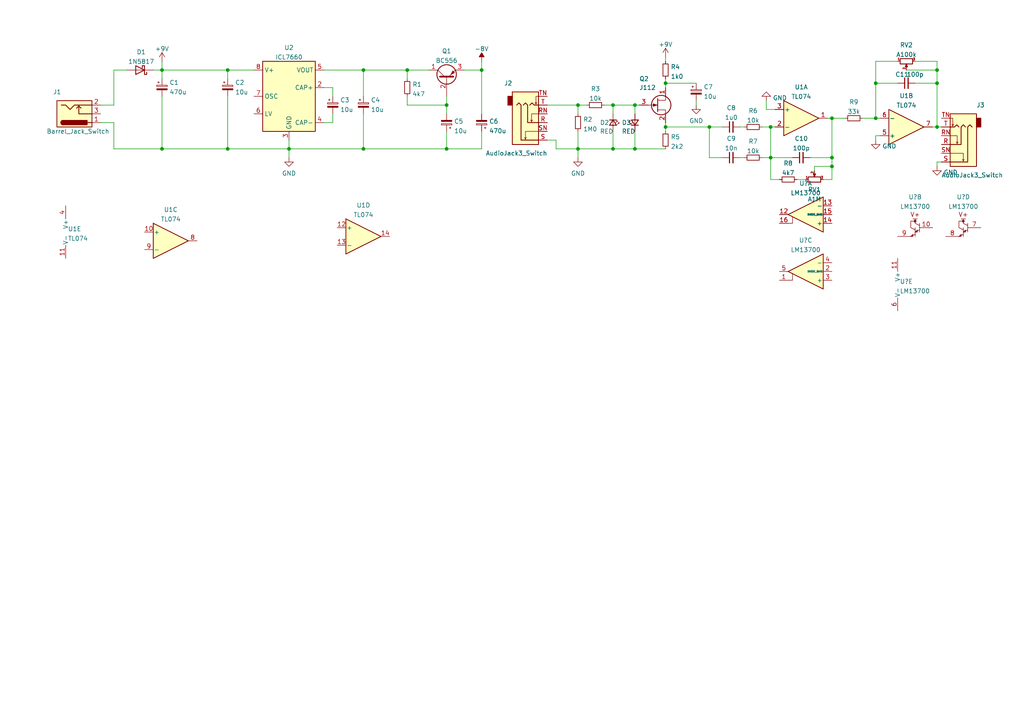
<source format=kicad_sch>
(kicad_sch (version 20211123) (generator eeschema)
  (paper "A4")
  (lib_symbols
    (symbol "Amplifier_Operational:LM13700" (pin_names (offset 0.127))
      (property "Reference" "U" (at 3.81 5.08 0))
      (property "Value" "LM13700" (at 5.08 -5.08 0))
      (symbol "LM13700_1_1"
        (polyline (pts (xy 3.81 -0.635) (xy 3.81 -2.54) (xy 5.08 -2.54)))
        (polyline (pts (xy 5.08 0) (xy -5.08 -5.08) (xy -5.08 5.08) (xy 5.08 0)) (stroke (width 0.254)) (fill (type background)))
        (pin output line (at 7.62 0 180) (length 2.54) (name "~") (number "12"))
        (pin input line (at -7.62 2.54 0) (length 2.54) (name "-") (number "13"))
        (pin input line (at -7.62 -2.54 0) (length 2.54) (name "+") (number "14"))
        (pin input line (at -7.62 0 0) (length 2.54) (name "DIODE_BIAS") (number "15"))
        (pin input line (at 7.62 -2.54 180) (length 2.54) (name "~") (number "16"))
      )
      (symbol "LM13700_2_0"
        (polyline (pts (xy -1.905 2.54) (xy -3.175 2.54)))
      )
      (symbol "LM13700_2_1"
        (circle (center -2.54 1.905) (radius 0.254) (stroke (width 0.254)) (fill (type outline)))
        (polyline (pts (xy -3.81 -0.635) (xy -2.54 -1.27)))
        (polyline (pts (xy -3.81 1.27) (xy -3.81 -1.27)))
        (polyline (pts (xy -2.54 -1.905) (xy -1.27 -2.54)))
        (polyline (pts (xy -2.54 0) (xy -2.54 -2.54)))
        (polyline (pts (xy -3.81 0.635) (xy -2.54 1.27) (xy -2.54 1.905) (xy -2.54 2.54)))
        (polyline (pts (xy -2.54 -1.27) (xy -3.175 -0.635) (xy -3.175 -1.27) (xy -2.54 -1.27)) (fill (type outline)))
        (polyline (pts (xy -2.54 -0.635) (xy -1.27 0) (xy -1.27 1.905) (xy -2.54 1.905)))
        (polyline (pts (xy -1.27 -2.54) (xy -1.905 -1.905) (xy -1.905 -2.54) (xy -1.27 -2.54)) (fill (type outline)))
        (text "V+" (at -2.54 3.81 0) (effects (font (size 1.27 1.27))))
        (pin input line (at -7.62 0 0) (length 3.81) (name "~") (number "10"))
        (pin output line (at 2.54 -2.54 180) (length 3.81) (name "~") (number "9"))
      )
      (symbol "LM13700_3_1"
        (polyline (pts (xy 3.81 -0.635) (xy 3.81 -2.54) (xy 5.08 -2.54)))
        (polyline (pts (xy 5.08 0) (xy -5.08 -5.08) (xy -5.08 5.08) (xy 5.08 0)) (stroke (width 0.254)) (fill (type background)))
        (pin input line (at 7.62 -2.54 180) (length 2.54) (name "~") (number "1"))
        (pin input line (at -7.62 0 0) (length 2.54) (name "DIODE_BIAS") (number "2"))
        (pin input line (at -7.62 -2.54 0) (length 2.54) (name "+") (number "3"))
        (pin input line (at -7.62 2.54 0) (length 2.54) (name "-") (number "4"))
        (pin output line (at 7.62 0 180) (length 2.54) (name "~") (number "5"))
      )
      (symbol "LM13700_4_0"
        (polyline (pts (xy -3.175 2.54) (xy -1.905 2.54)))
        (text "V+" (at -2.54 3.81 0) (effects (font (size 1.27 1.27))))
      )
      (symbol "LM13700_4_1"
        (circle (center -2.54 1.905) (radius 0.254) (stroke (width 0.254)) (fill (type outline)))
        (polyline (pts (xy -3.81 -0.635) (xy -2.54 -1.27)))
        (polyline (pts (xy -3.81 1.27) (xy -3.81 -1.27)))
        (polyline (pts (xy -2.54 -1.905) (xy -1.27 -2.54)))
        (polyline (pts (xy -2.54 0) (xy -2.54 -2.54)))
        (polyline (pts (xy -3.81 0.635) (xy -2.54 1.27) (xy -2.54 2.54)))
        (polyline (pts (xy -2.54 -1.27) (xy -3.175 -0.635) (xy -3.175 -1.27) (xy -2.54 -1.27)) (fill (type outline)))
        (polyline (pts (xy -2.54 -0.635) (xy -1.27 0) (xy -1.27 1.905) (xy -2.54 1.905)))
        (polyline (pts (xy -1.27 -2.54) (xy -1.905 -1.905) (xy -1.905 -2.54) (xy -1.27 -2.54)) (fill (type outline)))
        (pin input line (at -7.62 0 0) (length 3.81) (name "~") (number "7"))
        (pin output line (at 2.54 -2.54 180) (length 3.81) (name "~") (number "8"))
      )
      (symbol "LM13700_5_1"
        (pin power_in line (at -2.54 7.62 270) (length 3.81) (name "V+") (number "11"))
        (pin power_in line (at -2.54 -7.62 90) (length 3.81) (name "V-") (number "6"))
      )
    )
    (symbol "Amplifier_Operational:TL074" (pin_names (offset 0.127))
      (property "Reference" "U" (at 0 5.08 0))
      (property "Value" "TL074" (at 0 -5.08 0))
      (symbol "TL074_1_1"
        (polyline (pts (xy -5.08 5.08) (xy 5.08 0) (xy -5.08 -5.08) (xy -5.08 5.08)) (stroke (width 0.254)) (fill (type background)))
        (pin output line (at 7.62 0 180) (length 2.54) (name "~") (number "1"))
        (pin input line (at -7.62 -2.54 0) (length 2.54) (name "-") (number "2"))
        (pin input line (at -7.62 2.54 0) (length 2.54) (name "+") (number "3"))
      )
      (symbol "TL074_2_1"
        (polyline (pts (xy -5.08 5.08) (xy 5.08 0) (xy -5.08 -5.08) (xy -5.08 5.08)) (stroke (width 0.254)) (fill (type background)))
        (pin input line (at -7.62 2.54 0) (length 2.54) (name "+") (number "5"))
        (pin input line (at -7.62 -2.54 0) (length 2.54) (name "-") (number "6"))
        (pin output line (at 7.62 0 180) (length 2.54) (name "~") (number "7"))
      )
      (symbol "TL074_3_1"
        (polyline (pts (xy -5.08 5.08) (xy 5.08 0) (xy -5.08 -5.08) (xy -5.08 5.08)) (stroke (width 0.254)) (fill (type background)))
        (pin input line (at -7.62 2.54 0) (length 2.54) (name "+") (number "10"))
        (pin output line (at 7.62 0 180) (length 2.54) (name "~") (number "8"))
        (pin input line (at -7.62 -2.54 0) (length 2.54) (name "-") (number "9"))
      )
      (symbol "TL074_4_1"
        (polyline (pts (xy -5.08 5.08) (xy 5.08 0) (xy -5.08 -5.08) (xy -5.08 5.08)) (stroke (width 0.254)) (fill (type background)))
        (pin input line (at -7.62 2.54 0) (length 2.54) (name "+") (number "12"))
        (pin input line (at -7.62 -2.54 0) (length 2.54) (name "-") (number "13"))
        (pin output line (at 7.62 0 180) (length 2.54) (name "~") (number "14"))
      )
      (symbol "TL074_5_1"
        (pin power_in line (at -2.54 -7.62 90) (length 3.81) (name "V-") (number "11"))
        (pin power_in line (at -2.54 7.62 270) (length 3.81) (name "V+") (number "4"))
      )
    )
    (symbol "Connector:AudioJack3_Switch"
      (property "Reference" "J" (at 0 11.43 0))
      (property "Value" "AudioJack3_Switch" (at 0 8.89 0))
      (symbol "AudioJack3_Switch_0_1"
        (rectangle (start -5.08 -5.08) (end -6.35 -7.62) (stroke (width 0.254)) (fill (type outline)))
        (polyline (pts (xy -1.27 4.826) (xy -1.016 4.318)))
        (polyline (pts (xy 0.508 -0.254) (xy 0.762 -0.762)))
        (polyline (pts (xy 1.778 -5.334) (xy 2.032 -5.842)))
        (polyline (pts (xy 0 -5.08) (xy 0.635 -5.715) (xy 1.27 -5.08) (xy 2.54 -5.08)) (stroke (width 0.254)))
        (polyline (pts (xy 2.54 -7.62) (xy 1.778 -7.62) (xy 1.778 -5.334) (xy 1.524 -5.842)))
        (polyline (pts (xy 2.54 -2.54) (xy 0.508 -2.54) (xy 0.508 -0.254) (xy 0.254 -0.762)))
        (polyline (pts (xy 2.54 2.54) (xy -1.27 2.54) (xy -1.27 4.826) (xy -1.524 4.318)))
        (polyline (pts (xy -1.905 -5.08) (xy -1.27 -5.715) (xy -0.635 -5.08) (xy -0.635 0) (xy 2.54 0)) (stroke (width 0.254)))
        (polyline (pts (xy 2.54 5.08) (xy -2.54 5.08) (xy -2.54 -5.08) (xy -3.175 -5.715) (xy -3.81 -5.08)) (stroke (width 0.254)))
        (rectangle (start 2.54 6.35) (end -5.08 -8.89) (stroke (width 0.254)) (fill (type background)))
      )
      (symbol "AudioJack3_Switch_1_1"
        (pin passive line (at 5.08 0 180) (length 2.54) (name "~") (number "R"))
        (pin passive line (at 5.08 -2.54 180) (length 2.54) (name "~") (number "RN"))
        (pin passive line (at 5.08 5.08 180) (length 2.54) (name "~") (number "S"))
        (pin passive line (at 5.08 2.54 180) (length 2.54) (name "~") (number "SN"))
        (pin passive line (at 5.08 -5.08 180) (length 2.54) (name "~") (number "T"))
        (pin passive line (at 5.08 -7.62 180) (length 2.54) (name "~") (number "TN"))
      )
    )
    (symbol "Connector:Barrel_Jack_Switch" (pin_names hide)
      (property "Reference" "J" (at 0 5.334 0))
      (property "Value" "Barrel_Jack_Switch" (at 0 -5.08 0))
      (symbol "Barrel_Jack_Switch_0_1"
        (rectangle (start -5.08 3.81) (end 5.08 -3.81) (stroke (width 0.254)) (fill (type background)))
        (arc (start -3.302 3.175) (mid -3.937 2.54) (end -3.302 1.905) (stroke (width 0.254)))
        (arc (start -3.302 3.175) (mid -3.937 2.54) (end -3.302 1.905) (stroke (width 0.254)) (fill (type outline)))
        (polyline (pts (xy 1.27 -2.286) (xy 1.905 -1.651)) (stroke (width 0.254)))
        (polyline (pts (xy 5.08 2.54) (xy 3.81 2.54)) (stroke (width 0.254)))
        (polyline (pts (xy 5.08 0) (xy 1.27 0) (xy 1.27 -2.286) (xy 0.635 -1.651)) (stroke (width 0.254)))
        (polyline (pts (xy -3.81 -2.54) (xy -2.54 -2.54) (xy -1.27 -1.27) (xy 0 -2.54) (xy 2.54 -2.54) (xy 5.08 -2.54)) (stroke (width 0.254)))
        (rectangle (start 3.683 3.175) (end -3.302 1.905) (stroke (width 0.254)) (fill (type outline)))
      )
      (symbol "Barrel_Jack_Switch_1_1"
        (pin passive line (at 7.62 2.54 180) (length 2.54) (name "~") (number "1"))
        (pin passive line (at 7.62 -2.54 180) (length 2.54) (name "~") (number "2"))
        (pin passive line (at 7.62 0 180) (length 2.54) (name "~") (number "3"))
      )
    )
    (symbol "Device:CP_Small" (pin_numbers hide) (pin_names (offset 0.254) hide)
      (property "Reference" "C" (at 0.254 1.778 0))
      (property "Value" "CP_Small" (at 0.254 -2.032 0))
      (symbol "CP_Small_0_1"
        (rectangle (start -1.524 -0.3048) (end 1.524 -0.6858) (fill (type outline)))
        (rectangle (start -1.524 0.6858) (end 1.524 0.3048))
        (polyline (pts (xy -1.27 1.524) (xy -0.762 1.524)))
        (polyline (pts (xy -1.016 1.27) (xy -1.016 1.778)))
      )
      (symbol "CP_Small_1_1"
        (pin passive line (at 0 2.54 270) (length 1.8542) (name "~") (number "1"))
        (pin passive line (at 0 -2.54 90) (length 1.8542) (name "~") (number "2"))
      )
    )
    (symbol "Device:C_Small" (pin_numbers hide) (pin_names (offset 0.254) hide)
      (property "Reference" "C" (at 0.254 1.778 0))
      (property "Value" "C_Small" (at 0.254 -2.032 0))
      (symbol "C_Small_0_1"
        (polyline (pts (xy -1.524 -0.508) (xy 1.524 -0.508)) (stroke (width 0.3302)))
        (polyline (pts (xy -1.524 0.508) (xy 1.524 0.508)) (stroke (width 0.3048)))
      )
      (symbol "C_Small_1_1"
        (pin passive line (at 0 2.54 270) (length 2.032) (name "~") (number "1"))
        (pin passive line (at 0 -2.54 90) (length 2.032) (name "~") (number "2"))
      )
    )
    (symbol "Device:LED_Small" (pin_numbers hide) (pin_names (offset 0.254) hide)
      (property "Reference" "D" (at -1.27 3.175 0))
      (property "Value" "LED_Small" (at -4.445 -2.54 0))
      (symbol "LED_Small_0_1"
        (polyline (pts (xy -0.762 -1.016) (xy -0.762 1.016)) (stroke (width 0.254)))
        (polyline (pts (xy 1.016 0) (xy -0.762 0)))
        (polyline (pts (xy 0.762 -1.016) (xy -0.762 0) (xy 0.762 1.016) (xy 0.762 -1.016)) (stroke (width 0.254)))
        (polyline (pts (xy 0 0.762) (xy -0.508 1.27) (xy -0.254 1.27) (xy -0.508 1.27) (xy -0.508 1.016)))
        (polyline (pts (xy 0.508 1.27) (xy 0 1.778) (xy 0.254 1.778) (xy 0 1.778) (xy 0 1.524)))
      )
      (symbol "LED_Small_1_1"
        (pin passive line (at -2.54 0 0) (length 1.778) (name "K") (number "1"))
        (pin passive line (at 2.54 0 180) (length 1.778) (name "A") (number "2"))
      )
    )
    (symbol "Device:R_POT_Small" (pin_names (offset 1.016) hide)
      (property "Reference" "RV" (at -4.445 0 90))
      (property "Value" "R_POT_Small" (at -2.54 0 90))
      (symbol "R_POT_Small_0_1"
        (polyline (pts (xy 0.889 0) (xy 0.635 0) (xy 1.651 0.381) (xy 1.651 -0.381) (xy 0.635 0) (xy 0.889 0)) (fill (type outline)))
        (rectangle (start 0.762 1.8034) (end -0.762 -1.8034) (stroke (width 0.254)))
      )
      (symbol "R_POT_Small_1_1"
        (pin passive line (at 0 2.54 270) (length 0.635) (name "1") (number "1"))
        (pin passive line (at 2.54 0 180) (length 0.9906) (name "2") (number "2"))
        (pin passive line (at 0 -2.54 90) (length 0.635) (name "3") (number "3"))
      )
    )
    (symbol "Device:R_Small" (pin_numbers hide) (pin_names (offset 0.254) hide)
      (property "Reference" "R" (at 0.762 0.508 0))
      (property "Value" "R_Small" (at 0.762 -1.016 0))
      (symbol "R_Small_0_1"
        (rectangle (start -0.762 1.778) (end 0.762 -1.778) (stroke (width 0.2032)))
      )
      (symbol "R_Small_1_1"
        (pin passive line (at 0 2.54 270) (length 0.762) (name "~") (number "1"))
        (pin passive line (at 0 -2.54 90) (length 0.762) (name "~") (number "2"))
      )
    )
    (symbol "Diode:1N5817" (pin_numbers hide) (pin_names (offset 1.016) hide)
      (property "Reference" "D" (at 0 2.54 0))
      (property "Value" "1N5817" (at 0 -2.54 0))
      (symbol "1N5817_0_1"
        (polyline (pts (xy 1.27 0) (xy -1.27 0)))
        (polyline (pts (xy 1.27 1.27) (xy 1.27 -1.27) (xy -1.27 0) (xy 1.27 1.27)) (stroke (width 0.254)))
        (polyline (pts (xy -1.905 0.635) (xy -1.905 1.27) (xy -1.27 1.27) (xy -1.27 -1.27) (xy -0.635 -1.27) (xy -0.635 -0.635)) (stroke (width 0.254)))
      )
      (symbol "1N5817_1_1"
        (pin passive line (at -3.81 0 0) (length 2.54) (name "K") (number "1"))
        (pin passive line (at 3.81 0 180) (length 2.54) (name "A") (number "2"))
      )
    )
    (symbol "Regulator_SwitchedCapacitor:ICL7660"
      (property "Reference" "U" (at -6.35 11.43 0))
      (property "Value" "ICL7660" (at 3.81 11.43 0))
      (symbol "ICL7660_0_1"
        (rectangle (start -7.62 10.16) (end 7.62 -10.16) (stroke (width 0.254)) (fill (type background)))
      )
      (symbol "ICL7660_1_1"
        (pin no_connect line (at -7.62 5.08 0) (length 2.54) hide (name "NC") (number "1"))
        (pin input line (at 10.16 2.54 180) (length 2.54) (name "CAP+") (number "2"))
        (pin power_in line (at 0 -12.7 90) (length 2.54) (name "GND") (number "3"))
        (pin input line (at 10.16 -7.62 180) (length 2.54) (name "CAP-") (number "4"))
        (pin power_out line (at 10.16 7.62 180) (length 2.54) (name "VOUT") (number "5"))
        (pin input line (at -10.16 -5.08 0) (length 2.54) (name "LV") (number "6"))
        (pin input line (at -10.16 0 0) (length 2.54) (name "OSC") (number "7"))
        (pin power_in line (at -10.16 7.62 0) (length 2.54) (name "V+") (number "8"))
      )
    )
    (symbol "Transistor_BJT:BC556" (pin_names (offset 0) hide)
      (property "Reference" "Q" (at 5.08 1.905 0))
      (property "Value" "BC556" (at 5.08 0 0))
      (symbol "BC556_0_1"
        (polyline (pts (xy 0.635 0.635) (xy 2.54 2.54)))
        (polyline (pts (xy 0.635 -0.635) (xy 2.54 -2.54) (xy 2.54 -2.54)))
        (polyline (pts (xy 0.635 1.905) (xy 0.635 -1.905) (xy 0.635 -1.905)) (stroke (width 0.508)))
        (polyline (pts (xy 2.286 -1.778) (xy 1.778 -2.286) (xy 1.27 -1.27) (xy 2.286 -1.778) (xy 2.286 -1.778)) (fill (type outline)))
        (circle (center 1.27 0) (radius 2.8194) (stroke (width 0.254)))
      )
      (symbol "BC556_1_1"
        (pin passive line (at 2.54 5.08 270) (length 2.54) (name "C") (number "1"))
        (pin input line (at -5.08 0 0) (length 5.715) (name "B") (number "2"))
        (pin passive line (at 2.54 -5.08 90) (length 2.54) (name "E") (number "3"))
      )
    )
    (symbol "Transistor_FET:MMBFJ112" (pin_names hide)
      (property "Reference" "Q" (at 5.08 1.905 0))
      (property "Value" "MMBFJ112" (at 5.08 0 0))
      (symbol "MMBFJ112_0_1"
        (polyline (pts (xy 0.254 0) (xy -2.54 0)))
        (polyline (pts (xy 0.254 1.905) (xy 0.254 -1.905)) (stroke (width 0.254)))
        (polyline (pts (xy 2.54 -2.54) (xy 2.54 -1.397) (xy 0.254 -1.397)))
        (polyline (pts (xy 2.54 2.54) (xy 2.54 1.397) (xy 0.254 1.397)))
        (polyline (pts (xy 0 0) (xy -1.016 0.381) (xy -1.016 -0.381) (xy 0 0)) (fill (type outline)))
        (circle (center 1.27 0) (radius 2.8194) (stroke (width 0.254)))
      )
      (symbol "MMBFJ112_1_1"
        (pin passive line (at 2.54 5.08 270) (length 2.54) (name "D") (number "1"))
        (pin passive line (at 2.54 -5.08 90) (length 2.54) (name "S") (number "2"))
        (pin input line (at -5.08 0 0) (length 2.54) (name "G") (number "3"))
      )
    )
    (symbol "power:+9V" (power) (pin_names (offset 0))
      (property "Value" "+9V" (at 0 3.556 0))
      (symbol "+9V_0_1"
        (polyline (pts (xy -0.762 1.27) (xy 0 2.54)))
        (polyline (pts (xy 0 0) (xy 0 2.54)))
        (polyline (pts (xy 0 2.54) (xy 0.762 1.27)))
      )
      (symbol "+9V_1_1"
        (pin power_in line (at 0 0 90) (length 0) hide (name "+9V") (number "1"))
      )
    )
    (symbol "power:-8V" (power) (pin_names (offset 0))
      (property "Value" "-8V" (at 0 3.81 0))
      (symbol "-8V_0_0"
        (pin power_in line (at 0 0 90) (length 0) hide (name "-8V") (number "1"))
      )
      (symbol "-8V_0_1"
        (polyline (pts (xy 0 0) (xy 0 1.27) (xy 0.762 1.27) (xy 0 2.54) (xy -0.762 1.27) (xy 0 1.27)) (fill (type outline)))
      )
    )
    (symbol "power:GND" (power) (pin_names (offset 0))
      (property "Value" "GND" (at 0 -3.81 0))
      (symbol "GND_0_1"
        (polyline (pts (xy 0 0) (xy 0 -1.27) (xy 1.27 -1.27) (xy 0 -2.54) (xy -1.27 -1.27) (xy 0 -1.27)))
      )
      (symbol "GND_1_1"
        (pin power_in line (at 0 0 270) (length 0) hide (name "GND") (number "1"))
      )
    )
  )
  (junction (at 271.78 24.13))
  (junction (at 254 24.13))
  (junction (at 241.3 48.26))
  (junction (at 177.8 30.48))
  (junction (at 129.54 43.18))
  (junction (at 193.04 36.83))
  (junction (at 105.41 43.18))
  (junction (at 83.82 43.18))
  (junction (at 254 34.29))
  (junction (at 167.64 43.18))
  (junction (at 271.78 36.83))
  (junction (at 184.15 30.48))
  (junction (at 177.8 43.18))
  (junction (at 184.15 43.18))
  (junction (at 46.99 20.32))
  (junction (at 193.04 24.13))
  (junction (at 271.78 20.32))
  (junction (at 223.52 45.72))
  (junction (at 118.11 20.32))
  (junction (at 66.04 43.18))
  (junction (at 139.7 20.32))
  (junction (at 241.3 45.72))
  (junction (at 46.99 43.18))
  (junction (at 66.04 20.32))
  (junction (at 205.74 36.83))
  (junction (at 241.3 34.29))
  (junction (at 167.64 30.48))
  (junction (at 105.41 20.32))
  (junction (at 129.54 30.48))
  (junction (at 223.52 36.83))
  (wire (pts (xy 214.63 36.83) (xy 215.9 36.83)))
  (wire (pts (xy 193.04 16.51) (xy 193.04 17.78)))
  (wire (pts (xy 33.02 30.48) (xy 33.02 20.32)))
  (wire (pts (xy 254 24.13) (xy 260.35 24.13)))
  (wire (pts (xy 177.8 30.48) (xy 184.15 30.48)))
  (wire (pts (xy 231.14 52.07) (xy 233.68 52.07)))
  (wire (pts (xy 265.43 17.78) (xy 271.78 17.78)))
  (wire (pts (xy 205.74 36.83) (xy 193.04 36.83)))
  (wire (pts (xy 241.3 34.29) (xy 240.03 34.29)))
  (wire (pts (xy 139.7 20.32) (xy 139.7 33.02)))
  (wire (pts (xy 46.99 43.18) (xy 66.04 43.18)))
  (wire (pts (xy 118.11 27.94) (xy 118.11 30.48)))
  (wire (pts (xy 33.02 35.56) (xy 33.02 43.18)))
  (wire (pts (xy 193.04 24.13) (xy 193.04 25.4)))
  (wire (pts (xy 118.11 20.32) (xy 118.11 22.86)))
  (wire (pts (xy 177.8 43.18) (xy 167.64 43.18)))
  (wire (pts (xy 96.52 25.4) (xy 96.52 27.94)))
  (wire (pts (xy 66.04 20.32) (xy 66.04 22.86)))
  (wire (pts (xy 226.06 52.07) (xy 223.52 52.07)))
  (wire (pts (xy 139.7 43.18) (xy 129.54 43.18)))
  (wire (pts (xy 46.99 17.78) (xy 46.99 20.32)))
  (wire (pts (xy 184.15 38.1) (xy 184.15 43.18)))
  (wire (pts (xy 161.29 43.18) (xy 167.64 43.18)))
  (wire (pts (xy 66.04 27.94) (xy 66.04 43.18)))
  (wire (pts (xy 222.25 31.75) (xy 224.79 31.75)))
  (wire (pts (xy 193.04 35.56) (xy 193.04 36.83)))
  (wire (pts (xy 184.15 43.18) (xy 177.8 43.18)))
  (wire (pts (xy 254 34.29) (xy 255.27 34.29)))
  (wire (pts (xy 271.78 36.83) (xy 273.05 36.83)))
  (wire (pts (xy 241.3 34.29) (xy 245.11 34.29)))
  (wire (pts (xy 83.82 43.18) (xy 105.41 43.18)))
  (wire (pts (xy 214.63 45.72) (xy 215.9 45.72)))
  (wire (pts (xy 223.52 45.72) (xy 223.52 36.83)))
  (wire (pts (xy 139.7 38.1) (xy 139.7 43.18)))
  (wire (pts (xy 105.41 20.32) (xy 118.11 20.32)))
  (wire (pts (xy 44.45 20.32) (xy 46.99 20.32)))
  (wire (pts (xy 262.89 20.32) (xy 271.78 20.32)))
  (wire (pts (xy 250.19 34.29) (xy 254 34.29)))
  (wire (pts (xy 271.78 17.78) (xy 271.78 20.32)))
  (wire (pts (xy 73.66 20.32) (xy 66.04 20.32)))
  (wire (pts (xy 175.26 30.48) (xy 177.8 30.48)))
  (wire (pts (xy 273.05 46.99) (xy 271.78 46.99)))
  (wire (pts (xy 222.25 29.21) (xy 222.25 31.75)))
  (wire (pts (xy 201.93 29.21) (xy 201.93 30.48)))
  (wire (pts (xy 260.35 17.78) (xy 254 17.78)))
  (wire (pts (xy 96.52 35.56) (xy 93.98 35.56)))
  (wire (pts (xy 223.52 36.83) (xy 220.98 36.83)))
  (wire (pts (xy 177.8 38.1) (xy 177.8 43.18)))
  (wire (pts (xy 241.3 45.72) (xy 241.3 34.29)))
  (wire (pts (xy 33.02 43.18) (xy 46.99 43.18)))
  (wire (pts (xy 271.78 46.99) (xy 271.78 48.26)))
  (wire (pts (xy 254 17.78) (xy 254 24.13)))
  (wire (pts (xy 209.55 36.83) (xy 205.74 36.83)))
  (wire (pts (xy 33.02 20.32) (xy 36.83 20.32)))
  (wire (pts (xy 184.15 30.48) (xy 185.42 30.48)))
  (wire (pts (xy 223.52 45.72) (xy 229.87 45.72)))
  (wire (pts (xy 161.29 40.64) (xy 161.29 43.18)))
  (wire (pts (xy 129.54 38.1) (xy 129.54 43.18)))
  (wire (pts (xy 29.21 35.56) (xy 33.02 35.56)))
  (wire (pts (xy 255.27 39.37) (xy 254 39.37)))
  (wire (pts (xy 271.78 24.13) (xy 271.78 36.83)))
  (wire (pts (xy 254 39.37) (xy 254 40.64)))
  (wire (pts (xy 83.82 43.18) (xy 83.82 45.72)))
  (wire (pts (xy 118.11 20.32) (xy 124.46 20.32)))
  (wire (pts (xy 167.64 30.48) (xy 167.64 33.02)))
  (wire (pts (xy 134.62 20.32) (xy 139.7 20.32)))
  (wire (pts (xy 93.98 20.32) (xy 105.41 20.32)))
  (wire (pts (xy 254 24.13) (xy 254 34.29)))
  (wire (pts (xy 118.11 30.48) (xy 129.54 30.48)))
  (wire (pts (xy 241.3 48.26) (xy 241.3 52.07)))
  (wire (pts (xy 177.8 30.48) (xy 177.8 33.02)))
  (wire (pts (xy 167.64 38.1) (xy 167.64 43.18)))
  (wire (pts (xy 193.04 22.86) (xy 193.04 24.13)))
  (wire (pts (xy 265.43 24.13) (xy 271.78 24.13)))
  (wire (pts (xy 271.78 20.32) (xy 271.78 24.13)))
  (wire (pts (xy 105.41 33.02) (xy 105.41 43.18)))
  (wire (pts (xy 46.99 20.32) (xy 46.99 22.86)))
  (wire (pts (xy 129.54 43.18) (xy 105.41 43.18)))
  (wire (pts (xy 193.04 24.13) (xy 201.93 24.13)))
  (wire (pts (xy 209.55 45.72) (xy 205.74 45.72)))
  (wire (pts (xy 167.64 30.48) (xy 170.18 30.48)))
  (wire (pts (xy 93.98 25.4) (xy 96.52 25.4)))
  (wire (pts (xy 193.04 43.18) (xy 184.15 43.18)))
  (wire (pts (xy 129.54 27.94) (xy 129.54 30.48)))
  (wire (pts (xy 96.52 33.02) (xy 96.52 35.56)))
  (wire (pts (xy 271.78 36.83) (xy 270.51 36.83)))
  (wire (pts (xy 158.75 40.64) (xy 161.29 40.64)))
  (wire (pts (xy 129.54 30.48) (xy 129.54 33.02)))
  (wire (pts (xy 29.21 30.48) (xy 33.02 30.48)))
  (wire (pts (xy 220.98 45.72) (xy 223.52 45.72)))
  (wire (pts (xy 241.3 52.07) (xy 238.76 52.07)))
  (wire (pts (xy 223.52 52.07) (xy 223.52 45.72)))
  (wire (pts (xy 83.82 40.64) (xy 83.82 43.18)))
  (wire (pts (xy 193.04 36.83) (xy 193.04 38.1)))
  (wire (pts (xy 105.41 20.32) (xy 105.41 27.94)))
  (wire (pts (xy 205.74 45.72) (xy 205.74 36.83)))
  (wire (pts (xy 223.52 36.83) (xy 224.79 36.83)))
  (wire (pts (xy 46.99 27.94) (xy 46.99 43.18)))
  (wire (pts (xy 241.3 48.26) (xy 241.3 45.72)))
  (wire (pts (xy 236.22 48.26) (xy 236.22 49.53)))
  (wire (pts (xy 158.75 30.48) (xy 167.64 30.48)))
  (wire (pts (xy 66.04 43.18) (xy 83.82 43.18)))
  (wire (pts (xy 46.99 20.32) (xy 66.04 20.32)))
  (wire (pts (xy 184.15 30.48) (xy 184.15 33.02)))
  (wire (pts (xy 167.64 43.18) (xy 167.64 45.72)))
  (wire (pts (xy 236.22 48.26) (xy 241.3 48.26)))
  (wire (pts (xy 234.95 45.72) (xy 241.3 45.72)))
  (wire (pts (xy 139.7 17.78) (xy 139.7 20.32)))
  (symbol (lib_id "Device:C_Small") (at 212.09 36.83 90) (unit 1)
    (property "Reference" "C8" (at 212.0963 31.3014 90))
    (property "Value" "1u0" (at 212.0963 34.0765 90))
    (property "Footprint" "Capacitor_THT:C_Rect_L7.0mm_W4.5mm_P5.00mm" (effects hide))
  )
  (symbol (lib_id "Diode:1N5817") (at 40.64 20.32 180) (unit 1)
    (property "Reference" "D1" (at 40.9575 15.0835 0))
    (property "Value" "1N5817" (at 40.9575 17.8586 0))
    (property "Footprint" "Diode_THT:D_DO-41_SOD81_P10.16mm_Horizontal" (effects hide))
    (property "Datasheet" "http://www.vishay.com/docs/88525/1n5817.pdf" (effects hide))
  )
  (symbol (lib_id "Amplifier_Operational:LM13700") (at 257.81 82.55 0) (mirror y) (unit 5)
    (property "Reference" "U?" (at 260.985 81.6415 0) (effects (justify right)))
    (property "Value" "LM13700" (at 260.985 84.4166 0) (effects (justify right)))
    (property "Datasheet" "http://www.ti.com/lit/ds/symlink/lm13700.pdf" (effects hide))
  )
  (symbol (lib_id "Device:CP_Small") (at 129.54 35.56 180) (unit 1)
    (property "Reference" "C5" (at 131.699 35.1976 0) (effects (justify right)))
    (property "Value" "10u" (at 131.699 37.9727 0) (effects (justify right)))
    (property "Footprint" "Capacitor_THT:CP_Radial_D5.0mm_P2.50mm" (effects hide))
  )
  (symbol (lib_id "Device:R_Small") (at 118.11 25.4 0) (unit 1)
    (property "Reference" "R1" (at 119.6086 24.4915 0) (effects (justify left)))
    (property "Value" "4k7" (at 119.6086 27.2666 0) (effects (justify left)))
    (property "Footprint" "PartsStash:R_Axial_DIN0207_L6.3mm_D2.5mm_P7.62mm_Horizontal" (effects hide))
  )
  (symbol (lib_id "Connector:AudioJack3_Switch") (at 278.13 41.91 180) (unit 1)
    (property "Reference" "J3" (at 283.21 30.48 0) (effects (justify right)))
    (property "Value" "AudioJack3_Switch" (at 273.05 50.8 0) (effects (justify right)))
    (property "Footprint" "PartsStash:Jack_6.35mm_Rean_NYS215_Horizontal" (effects hide))
  )
  (symbol (lib_id "Device:R_POT_Small") (at 236.22 52.07 90) (unit 1)
    (property "Reference" "RV1" (at 236.22 54.9815 90))
    (property "Value" "A1M" (at 236.22 57.7566 90))
    (property "Footprint" "Connector_PinHeader_2.54mm:PinHeader_1x03_P2.54mm_Vertical" (effects hide))
  )
  (symbol (lib_id "Amplifier_Operational:LM13700") (at 276.86 66.04 0) (mirror y) (unit 4)
    (property "Reference" "U?" (at 279.4 57.1299 0))
    (property "Value" "LM13700" (at 279.4 59.905 0))
    (property "Datasheet" "http://www.ti.com/lit/ds/symlink/lm13700.pdf" (effects hide))
  )
  (symbol (lib_id "Regulator_SwitchedCapacitor:ICL7660") (at 83.82 27.94 0) (unit 1)
    (property "Reference" "U2" (at 83.82 13.8135 0))
    (property "Value" "ICL7660" (at 83.82 16.5886 0))
    (property "Footprint" "Package_DIP:DIP-8_W7.62mm_LongPads" (effects hide))
    (property "Datasheet" "http://datasheets.maximintegrated.com/en/ds/ICL7660-MAX1044.pdf" (effects hide))
  )
  (symbol (lib_id "Amplifier_Operational:LM13700") (at 233.68 62.23 0) (mirror y) (unit 1)
    (property "Reference" "U?" (at 233.68 53.1835 0))
    (property "Value" "LM13700" (at 233.68 55.9586 0))
    (property "Datasheet" "http://www.ti.com/lit/ds/symlink/lm13700.pdf" (effects hide))
  )
  (symbol (lib_id "Transistor_FET:MMBFJ112") (at 190.5 30.48 0) (unit 1)
    (property "Reference" "Q2" (at 185.42 22.86 0) (effects (justify left)))
    (property "Value" "J112" (at 185.42 25.4 0) (effects (justify left)))
    (property "Footprint" "Package_TO_SOT_THT:TO-92L_Inline_Wide" (effects hide))
    (property "Datasheet" "https://www.onsemi.com/pub/Collateral/MMBFJ113-D.PDF" (effects hide))
  )
  (symbol (lib_id "power:GND") (at 254 40.64 0) (unit 1)
    (property "Reference" "#PWR08" (effects hide))
    (property "Value" "GND" (at 255.905 42.389 0) (effects (justify left)))
  )
  (symbol (lib_id "power:+9V") (at 46.99 17.78 0) (unit 1)
    (property "Reference" "#PWR01" (effects hide))
    (property "Value" "+9V" (at 46.99 14.1755 0))
  )
  (symbol (lib_id "power:GND") (at 222.25 29.21 180) (unit 1)
    (property "Reference" "#PWR07" (effects hide))
    (property "Value" "GND" (at 224.155 28.419 0) (effects (justify right)))
  )
  (symbol (lib_id "Device:CP_Small") (at 46.99 25.4 0) (unit 1)
    (property "Reference" "C1" (at 49.149 23.9454 0) (effects (justify left)))
    (property "Value" "470u" (at 49.149 26.7205 0) (effects (justify left)))
    (property "Footprint" "Capacitor_THT:CP_Radial_D10.0mm_P5.00mm" (effects hide))
  )
  (symbol (lib_id "Device:LED_Small") (at 184.15 35.56 90) (unit 1)
    (property "Reference" "D3" (at 180.34 35.56 90) (effects (justify right)))
    (property "Value" "RED" (at 180.34 38.1 90) (effects (justify right)))
    (property "Footprint" "LED_THT:LED_D3.0mm" (effects hide))
  )
  (symbol (lib_id "power:GND") (at 201.93 30.48 0) (unit 1)
    (property "Reference" "#PWR06" (effects hide))
    (property "Value" "GND" (at 201.93 35.0425 0))
  )
  (symbol (lib_id "Amplifier_Operational:LM13700") (at 262.89 66.04 0) (mirror y) (unit 2)
    (property "Reference" "U?" (at 265.43 57.1299 0))
    (property "Value" "LM13700" (at 265.43 59.905 0))
    (property "Datasheet" "http://www.ti.com/lit/ds/symlink/lm13700.pdf" (effects hide))
  )
  (symbol (lib_id "Amplifier_Operational:TL074") (at 21.59 67.31 0) (unit 5)
    (property "Reference" "U1" (at 19.685 66.4015 0) (effects (justify left)))
    (property "Value" "TL074" (at 19.685 69.1766 0) (effects (justify left)))
    (property "Datasheet" "http://www.ti.com/lit/ds/symlink/tl071.pdf" (effects hide))
  )
  (symbol (lib_id "Device:R_Small") (at 247.65 34.29 90) (unit 1)
    (property "Reference" "R9" (at 247.65 29.5869 90))
    (property "Value" "33k" (at 247.65 32.362 90))
    (property "Footprint" "PartsStash:R_Axial_DIN0207_L6.3mm_D2.5mm_P7.62mm_Horizontal" (effects hide))
  )
  (symbol (lib_id "Device:CP_Small") (at 66.04 25.4 0) (unit 1)
    (property "Reference" "C2" (at 68.199 23.9454 0) (effects (justify left)))
    (property "Value" "10u" (at 68.199 26.7205 0) (effects (justify left)))
    (property "Footprint" "Capacitor_THT:CP_Radial_D5.0mm_P2.50mm" (effects hide))
  )
  (symbol (lib_id "Amplifier_Operational:TL074") (at 105.41 68.58 0) (unit 4)
    (property "Reference" "U1" (at 105.41 59.5335 0))
    (property "Value" "TL074" (at 105.41 62.3086 0))
    (property "Datasheet" "http://www.ti.com/lit/ds/symlink/tl071.pdf" (effects hide))
  )
  (symbol (lib_id "Device:CP_Small") (at 105.41 30.48 0) (unit 1)
    (property "Reference" "C4" (at 107.569 29.0254 0) (effects (justify left)))
    (property "Value" "10u" (at 107.569 31.8005 0) (effects (justify left)))
    (property "Footprint" "Capacitor_THT:CP_Radial_D5.0mm_P2.50mm" (effects hide))
  )
  (symbol (lib_id "Device:R_POT_Small") (at 262.89 17.78 90) (mirror x) (unit 1)
    (property "Reference" "RV2" (at 262.89 13.0515 90))
    (property "Value" "A100k" (at 262.89 15.8266 90))
    (property "Footprint" "Connector_PinHeader_2.54mm:PinHeader_1x03_P2.54mm_Vertical" (effects hide))
  )
  (symbol (lib_id "Device:R_Small") (at 218.44 45.72 90) (unit 1)
    (property "Reference" "R7" (at 218.44 41.0169 90))
    (property "Value" "10k" (at 218.44 43.792 90))
    (property "Footprint" "PartsStash:R_Axial_DIN0207_L6.3mm_D2.5mm_P7.62mm_Horizontal" (effects hide))
  )
  (symbol (lib_id "Amplifier_Operational:TL074") (at 232.41 34.29 0) (unit 1)
    (property "Reference" "U1" (at 232.41 25.2435 0))
    (property "Value" "TL074" (at 232.41 28.0186 0))
    (property "Datasheet" "http://www.ti.com/lit/ds/symlink/tl071.pdf" (effects hide))
  )
  (symbol (lib_id "Device:C_Small") (at 262.89 24.13 90) (unit 1)
    (property "Reference" "C11" (at 261.62 21.59 90))
    (property "Value" "100p" (at 265.43 21.59 90))
    (property "Footprint" "Capacitor_THT:C_Disc_D5.0mm_W2.5mm_P2.50mm" (effects hide))
  )
  (symbol (lib_id "Device:R_Small") (at 167.64 35.56 0) (unit 1)
    (property "Reference" "R2" (at 169.1386 34.6515 0) (effects (justify left)))
    (property "Value" "1M0" (at 169.1386 37.4266 0) (effects (justify left)))
    (property "Footprint" "PartsStash:R_Axial_DIN0207_L6.3mm_D2.5mm_P7.62mm_Horizontal" (effects hide))
  )
  (symbol (lib_id "Device:R_Small") (at 193.04 40.64 0) (unit 1)
    (property "Reference" "R5" (at 194.5386 39.7315 0) (effects (justify left)))
    (property "Value" "2k2" (at 194.5386 42.5066 0) (effects (justify left)))
    (property "Footprint" "PartsStash:R_Axial_DIN0207_L6.3mm_D2.5mm_P7.62mm_Horizontal" (effects hide))
  )
  (symbol (lib_id "Connector:AudioJack3_Switch") (at 153.67 35.56 0) (mirror x) (unit 1)
    (property "Reference" "J2" (at 148.59 24.13 0) (effects (justify right)))
    (property "Value" "AudioJack3_Switch" (at 158.75 44.45 0) (effects (justify right)))
    (property "Footprint" "PartsStash:Jack_6.35mm_Rean_NYS215_Horizontal" (effects hide))
  )
  (symbol (lib_id "power:+9V") (at 193.04 16.51 0) (unit 1)
    (property "Reference" "#PWR05" (effects hide))
    (property "Value" "+9V" (at 193.04 12.9055 0))
  )
  (symbol (lib_id "Device:CP_Small") (at 139.7 35.56 180) (unit 1)
    (property "Reference" "C6" (at 141.859 35.1976 0) (effects (justify right)))
    (property "Value" "470u" (at 141.859 37.9727 0) (effects (justify right)))
    (property "Footprint" "Capacitor_THT:CP_Radial_D10.0mm_P5.00mm" (effects hide))
  )
  (symbol (lib_id "Device:LED_Small") (at 177.8 35.56 270) (unit 1)
    (property "Reference" "D2" (at 173.99 35.56 90) (effects (justify left)))
    (property "Value" "RED" (at 173.99 38.1 90) (effects (justify left)))
    (property "Footprint" "LED_THT:LED_D3.0mm" (effects hide))
  )
  (symbol (lib_id "Device:C_Small") (at 212.09 45.72 90) (unit 1)
    (property "Reference" "C9" (at 212.0963 40.1914 90))
    (property "Value" "10n" (at 212.0963 42.9665 90))
    (property "Footprint" "Capacitor_THT:C_Rect_L7.0mm_W2.5mm_P5.00mm" (effects hide))
  )
  (symbol (lib_id "Device:C_Small") (at 232.41 45.72 90) (unit 1)
    (property "Reference" "C10" (at 232.4163 40.1914 90))
    (property "Value" "100p" (at 232.4163 42.9665 90))
    (property "Footprint" "Capacitor_THT:C_Disc_D5.0mm_W2.5mm_P2.50mm" (effects hide))
  )
  (symbol (lib_id "Device:R_Small") (at 193.04 20.32 0) (unit 1)
    (property "Reference" "R4" (at 194.5386 19.4115 0) (effects (justify left)))
    (property "Value" "1k0" (at 194.5386 22.1866 0) (effects (justify left)))
    (property "Footprint" "PartsStash:R_Axial_DIN0207_L6.3mm_D2.5mm_P7.62mm_Horizontal" (effects hide))
  )
  (symbol (lib_id "Amplifier_Operational:LM13700") (at 233.68 78.74 0) (mirror y) (unit 3)
    (property "Reference" "U?" (at 233.68 69.6935 0))
    (property "Value" "LM13700" (at 233.68 72.4686 0))
    (property "Datasheet" "http://www.ti.com/lit/ds/symlink/lm13700.pdf" (effects hide))
  )
  (symbol (lib_id "Device:CP_Small") (at 96.52 30.48 0) (unit 1)
    (property "Reference" "C3" (at 98.679 29.0254 0) (effects (justify left)))
    (property "Value" "10u" (at 98.679 31.8005 0) (effects (justify left)))
    (property "Footprint" "Capacitor_THT:CP_Radial_D5.0mm_P2.50mm" (effects hide))
  )
  (symbol (lib_id "power:GND") (at 167.64 45.72 0) (unit 1)
    (property "Reference" "#PWR04" (effects hide))
    (property "Value" "GND" (at 167.64 50.2825 0))
  )
  (symbol (lib_id "Device:R_Small") (at 218.44 36.83 90) (unit 1)
    (property "Reference" "R6" (at 218.44 32.1269 90))
    (property "Value" "10k" (at 218.44 34.902 90))
    (property "Footprint" "PartsStash:R_Axial_DIN0207_L6.3mm_D2.5mm_P7.62mm_Horizontal" (effects hide))
  )
  (symbol (lib_id "Amplifier_Operational:TL074") (at 262.89 36.83 0) (mirror x) (unit 2)
    (property "Reference" "U1" (at 262.89 27.7835 0))
    (property "Value" "TL074" (at 262.89 30.5586 0))
    (property "Datasheet" "http://www.ti.com/lit/ds/symlink/tl071.pdf" (effects hide))
  )
  (symbol (lib_id "power:-8V") (at 139.7 17.78 0) (unit 1)
    (property "Reference" "#PWR03" (effects hide))
    (property "Value" "-8V" (at 139.7 14.1755 0))
  )
  (symbol (lib_id "Connector:Barrel_Jack_Switch") (at 21.59 33.02 0) (mirror x) (unit 1)
    (property "Reference" "J1" (at 17.78 26.67 0) (effects (justify right)))
    (property "Value" "Barrel_Jack_Switch" (at 31.75 38.1 0) (effects (justify right)))
    (property "Footprint" "Connector_BarrelJack:BarrelJack_Horizontal" (effects hide))
  )
  (symbol (lib_id "power:GND") (at 83.82 45.72 0) (unit 1)
    (property "Reference" "#PWR02" (effects hide))
    (property "Value" "GND" (at 83.82 50.2825 0))
  )
  (symbol (lib_id "Amplifier_Operational:TL074") (at 49.53 69.85 0) (unit 3)
    (property "Reference" "U1" (at 49.53 60.8035 0))
    (property "Value" "TL074" (at 49.53 63.5786 0))
    (property "Datasheet" "http://www.ti.com/lit/ds/symlink/tl071.pdf" (effects hide))
  )
  (symbol (lib_id "power:GND") (at 271.78 48.26 0) (unit 1)
    (property "Reference" "#PWR09" (effects hide))
    (property "Value" "GND" (at 273.685 50.009 0) (effects (justify left)))
  )
  (symbol (lib_id "Device:CP_Small") (at 201.93 26.67 0) (unit 1)
    (property "Reference" "C7" (at 204.089 25.2154 0) (effects (justify left)))
    (property "Value" "10u" (at 204.089 27.9905 0) (effects (justify left)))
    (property "Footprint" "Capacitor_THT:CP_Radial_D5.0mm_P2.50mm" (effects hide))
  )
  (symbol (lib_id "Device:R_Small") (at 228.6 52.07 90) (unit 1)
    (property "Reference" "R8" (at 228.6 47.3669 90))
    (property "Value" "4k7" (at 228.6 50.142 90))
    (property "Footprint" "PartsStash:R_Axial_DIN0207_L6.3mm_D2.5mm_P7.62mm_Horizontal" (effects hide))
  )
  (symbol (lib_id "Device:R_Small") (at 172.72 30.48 90) (unit 1)
    (property "Reference" "R3" (at 172.72 25.7769 90))
    (property "Value" "10k" (at 172.72 28.552 90))
    (property "Footprint" "PartsStash:R_Axial_DIN0207_L6.3mm_D2.5mm_P7.62mm_Horizontal" (effects hide))
  )
  (symbol (lib_id "Transistor_BJT:BC556") (at 129.54 22.86 90) (unit 1)
    (property "Reference" "Q1" (at 129.54 14.8041 90))
    (property "Value" "BC556" (at 129.54 17.5792 90))
    (property "Footprint" "Package_TO_SOT_THT:TO-92_Inline" (effects hide))
    (property "Datasheet" "https://www.onsemi.com/pub/Collateral/BC556BTA-D.pdf" (effects hide))
  )
)
</source>
